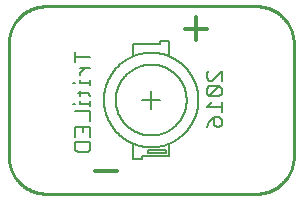
<source format=gbo>
G75*
%MOIN*%
%OFA0B0*%
%FSLAX25Y25*%
%IPPOS*%
%LPD*%
%AMOC8*
5,1,8,0,0,1.08239X$1,22.5*
%
%ADD10C,0.01000*%
%ADD11C,0.01200*%
%ADD12C,0.00600*%
%ADD13C,0.00500*%
D10*
X0014000Y0001500D02*
X0084000Y0001500D01*
X0084302Y0001504D01*
X0084604Y0001515D01*
X0084905Y0001533D01*
X0085206Y0001558D01*
X0085507Y0001591D01*
X0085806Y0001631D01*
X0086104Y0001678D01*
X0086402Y0001733D01*
X0086697Y0001794D01*
X0086991Y0001863D01*
X0087284Y0001939D01*
X0087574Y0002022D01*
X0087863Y0002112D01*
X0088149Y0002209D01*
X0088433Y0002312D01*
X0088714Y0002423D01*
X0088992Y0002540D01*
X0089268Y0002664D01*
X0089540Y0002795D01*
X0089809Y0002932D01*
X0090075Y0003075D01*
X0090337Y0003225D01*
X0090596Y0003382D01*
X0090850Y0003544D01*
X0091101Y0003713D01*
X0091347Y0003887D01*
X0091590Y0004068D01*
X0091827Y0004254D01*
X0092061Y0004446D01*
X0092289Y0004644D01*
X0092513Y0004847D01*
X0092731Y0005055D01*
X0092945Y0005269D01*
X0093153Y0005487D01*
X0093356Y0005711D01*
X0093554Y0005939D01*
X0093746Y0006173D01*
X0093932Y0006410D01*
X0094113Y0006653D01*
X0094287Y0006899D01*
X0094456Y0007150D01*
X0094618Y0007404D01*
X0094775Y0007663D01*
X0094925Y0007925D01*
X0095068Y0008191D01*
X0095205Y0008460D01*
X0095336Y0008732D01*
X0095460Y0009008D01*
X0095577Y0009286D01*
X0095688Y0009567D01*
X0095791Y0009851D01*
X0095888Y0010137D01*
X0095978Y0010426D01*
X0096061Y0010716D01*
X0096137Y0011009D01*
X0096206Y0011303D01*
X0096267Y0011598D01*
X0096322Y0011896D01*
X0096369Y0012194D01*
X0096409Y0012493D01*
X0096442Y0012794D01*
X0096467Y0013095D01*
X0096485Y0013396D01*
X0096496Y0013698D01*
X0096500Y0014000D01*
X0096500Y0051500D01*
X0096496Y0051802D01*
X0096485Y0052104D01*
X0096467Y0052405D01*
X0096442Y0052706D01*
X0096409Y0053007D01*
X0096369Y0053306D01*
X0096322Y0053604D01*
X0096267Y0053902D01*
X0096206Y0054197D01*
X0096137Y0054491D01*
X0096061Y0054784D01*
X0095978Y0055074D01*
X0095888Y0055363D01*
X0095791Y0055649D01*
X0095688Y0055933D01*
X0095577Y0056214D01*
X0095460Y0056492D01*
X0095336Y0056768D01*
X0095205Y0057040D01*
X0095068Y0057309D01*
X0094925Y0057575D01*
X0094775Y0057837D01*
X0094618Y0058096D01*
X0094456Y0058350D01*
X0094287Y0058601D01*
X0094113Y0058847D01*
X0093932Y0059090D01*
X0093746Y0059327D01*
X0093554Y0059561D01*
X0093356Y0059789D01*
X0093153Y0060013D01*
X0092945Y0060231D01*
X0092731Y0060445D01*
X0092513Y0060653D01*
X0092289Y0060856D01*
X0092061Y0061054D01*
X0091827Y0061246D01*
X0091590Y0061432D01*
X0091347Y0061613D01*
X0091101Y0061787D01*
X0090850Y0061956D01*
X0090596Y0062118D01*
X0090337Y0062275D01*
X0090075Y0062425D01*
X0089809Y0062568D01*
X0089540Y0062705D01*
X0089268Y0062836D01*
X0088992Y0062960D01*
X0088714Y0063077D01*
X0088433Y0063188D01*
X0088149Y0063291D01*
X0087863Y0063388D01*
X0087574Y0063478D01*
X0087284Y0063561D01*
X0086991Y0063637D01*
X0086697Y0063706D01*
X0086402Y0063767D01*
X0086104Y0063822D01*
X0085806Y0063869D01*
X0085507Y0063909D01*
X0085206Y0063942D01*
X0084905Y0063967D01*
X0084604Y0063985D01*
X0084302Y0063996D01*
X0084000Y0064000D01*
X0014000Y0064000D01*
X0013698Y0063996D01*
X0013396Y0063985D01*
X0013095Y0063967D01*
X0012794Y0063942D01*
X0012493Y0063909D01*
X0012194Y0063869D01*
X0011896Y0063822D01*
X0011598Y0063767D01*
X0011303Y0063706D01*
X0011009Y0063637D01*
X0010716Y0063561D01*
X0010426Y0063478D01*
X0010137Y0063388D01*
X0009851Y0063291D01*
X0009567Y0063188D01*
X0009286Y0063077D01*
X0009008Y0062960D01*
X0008732Y0062836D01*
X0008460Y0062705D01*
X0008191Y0062568D01*
X0007925Y0062425D01*
X0007663Y0062275D01*
X0007404Y0062118D01*
X0007150Y0061956D01*
X0006899Y0061787D01*
X0006653Y0061613D01*
X0006410Y0061432D01*
X0006173Y0061246D01*
X0005939Y0061054D01*
X0005711Y0060856D01*
X0005487Y0060653D01*
X0005269Y0060445D01*
X0005055Y0060231D01*
X0004847Y0060013D01*
X0004644Y0059789D01*
X0004446Y0059561D01*
X0004254Y0059327D01*
X0004068Y0059090D01*
X0003887Y0058847D01*
X0003713Y0058601D01*
X0003544Y0058350D01*
X0003382Y0058096D01*
X0003225Y0057837D01*
X0003075Y0057575D01*
X0002932Y0057309D01*
X0002795Y0057040D01*
X0002664Y0056768D01*
X0002540Y0056492D01*
X0002423Y0056214D01*
X0002312Y0055933D01*
X0002209Y0055649D01*
X0002112Y0055363D01*
X0002022Y0055074D01*
X0001939Y0054784D01*
X0001863Y0054491D01*
X0001794Y0054197D01*
X0001733Y0053902D01*
X0001678Y0053604D01*
X0001631Y0053306D01*
X0001591Y0053007D01*
X0001558Y0052706D01*
X0001533Y0052405D01*
X0001515Y0052104D01*
X0001504Y0051802D01*
X0001500Y0051500D01*
X0001500Y0014000D01*
X0001504Y0013698D01*
X0001515Y0013396D01*
X0001533Y0013095D01*
X0001558Y0012794D01*
X0001591Y0012493D01*
X0001631Y0012194D01*
X0001678Y0011896D01*
X0001733Y0011598D01*
X0001794Y0011303D01*
X0001863Y0011009D01*
X0001939Y0010716D01*
X0002022Y0010426D01*
X0002112Y0010137D01*
X0002209Y0009851D01*
X0002312Y0009567D01*
X0002423Y0009286D01*
X0002540Y0009008D01*
X0002664Y0008732D01*
X0002795Y0008460D01*
X0002932Y0008191D01*
X0003075Y0007925D01*
X0003225Y0007663D01*
X0003382Y0007404D01*
X0003544Y0007150D01*
X0003713Y0006899D01*
X0003887Y0006653D01*
X0004068Y0006410D01*
X0004254Y0006173D01*
X0004446Y0005939D01*
X0004644Y0005711D01*
X0004847Y0005487D01*
X0005055Y0005269D01*
X0005269Y0005055D01*
X0005487Y0004847D01*
X0005711Y0004644D01*
X0005939Y0004446D01*
X0006173Y0004254D01*
X0006410Y0004068D01*
X0006653Y0003887D01*
X0006899Y0003713D01*
X0007150Y0003544D01*
X0007404Y0003382D01*
X0007663Y0003225D01*
X0007925Y0003075D01*
X0008191Y0002932D01*
X0008460Y0002795D01*
X0008732Y0002664D01*
X0009008Y0002540D01*
X0009286Y0002423D01*
X0009567Y0002312D01*
X0009851Y0002209D01*
X0010137Y0002112D01*
X0010426Y0002022D01*
X0010716Y0001939D01*
X0011009Y0001863D01*
X0011303Y0001794D01*
X0011598Y0001733D01*
X0011896Y0001678D01*
X0012194Y0001631D01*
X0012493Y0001591D01*
X0012794Y0001558D01*
X0013095Y0001533D01*
X0013396Y0001515D01*
X0013698Y0001504D01*
X0014000Y0001500D01*
D11*
X0030250Y0009000D02*
X0037750Y0009000D01*
X0064000Y0052750D02*
X0064000Y0060250D01*
X0060250Y0056500D02*
X0067750Y0056500D01*
D12*
X0068280Y0042450D02*
X0067446Y0041616D01*
X0067446Y0039948D01*
X0068280Y0039114D01*
X0069114Y0039114D01*
X0072450Y0042450D01*
X0072450Y0039114D01*
X0071616Y0037294D02*
X0068280Y0033957D01*
X0071616Y0033957D01*
X0072450Y0034791D01*
X0072450Y0036460D01*
X0071616Y0037294D01*
X0068280Y0037294D01*
X0067446Y0036460D01*
X0067446Y0034791D01*
X0068280Y0033957D01*
X0069114Y0032137D02*
X0067446Y0030469D01*
X0072450Y0030469D01*
X0072450Y0032137D02*
X0072450Y0028801D01*
X0071616Y0026981D02*
X0069948Y0026981D01*
X0069948Y0024479D01*
X0070782Y0023645D01*
X0071616Y0023645D01*
X0072450Y0024479D01*
X0072450Y0026147D01*
X0071616Y0026981D01*
X0069948Y0026981D02*
X0068280Y0025313D01*
X0067446Y0023645D01*
X0028700Y0023777D02*
X0028700Y0020441D01*
X0028700Y0018621D02*
X0028700Y0016119D01*
X0027866Y0015285D01*
X0024530Y0015285D01*
X0023696Y0016119D01*
X0023696Y0018621D01*
X0028700Y0018621D01*
X0026198Y0022109D02*
X0026198Y0023777D01*
X0023696Y0023777D02*
X0028700Y0023777D01*
X0028700Y0025598D02*
X0028700Y0028934D01*
X0023696Y0028934D01*
X0023696Y0031537D02*
X0022862Y0031537D01*
X0025364Y0031537D02*
X0028700Y0031537D01*
X0028700Y0032371D02*
X0028700Y0030703D01*
X0025364Y0031537D02*
X0025364Y0032371D01*
X0025364Y0034141D02*
X0025364Y0035809D01*
X0024530Y0034975D02*
X0027866Y0034975D01*
X0028700Y0034141D01*
X0028700Y0037579D02*
X0028700Y0039247D01*
X0028700Y0038413D02*
X0025364Y0038413D01*
X0025364Y0039247D01*
X0023696Y0038413D02*
X0022862Y0038413D01*
X0025364Y0041041D02*
X0025364Y0041876D01*
X0027032Y0043544D01*
X0028700Y0043544D02*
X0025364Y0043544D01*
X0023696Y0045364D02*
X0023696Y0048700D01*
X0023696Y0047032D02*
X0028700Y0047032D01*
X0023696Y0023777D02*
X0023696Y0020441D01*
D13*
X0043094Y0017986D02*
X0043094Y0013065D01*
X0046047Y0013065D01*
X0046047Y0014049D01*
X0054906Y0014049D01*
X0054906Y0017986D01*
X0053921Y0016018D02*
X0053921Y0015033D01*
X0048016Y0015033D01*
X0048016Y0016018D01*
X0053921Y0016018D01*
X0049000Y0029797D02*
X0049000Y0035703D01*
X0037189Y0032750D02*
X0037193Y0033040D01*
X0037203Y0033330D01*
X0037221Y0033619D01*
X0037246Y0033908D01*
X0037278Y0034196D01*
X0037317Y0034483D01*
X0037363Y0034769D01*
X0037416Y0035054D01*
X0037476Y0035338D01*
X0037543Y0035620D01*
X0037617Y0035900D01*
X0037698Y0036179D01*
X0037785Y0036455D01*
X0037879Y0036729D01*
X0037980Y0037001D01*
X0038088Y0037270D01*
X0038202Y0037536D01*
X0038323Y0037800D01*
X0038450Y0038060D01*
X0038584Y0038318D01*
X0038723Y0038572D01*
X0038869Y0038822D01*
X0039021Y0039069D01*
X0039180Y0039312D01*
X0039344Y0039551D01*
X0039513Y0039786D01*
X0039689Y0040017D01*
X0039870Y0040243D01*
X0040057Y0040465D01*
X0040249Y0040682D01*
X0040446Y0040894D01*
X0040648Y0041102D01*
X0040856Y0041304D01*
X0041068Y0041501D01*
X0041285Y0041693D01*
X0041507Y0041880D01*
X0041733Y0042061D01*
X0041964Y0042237D01*
X0042199Y0042406D01*
X0042438Y0042570D01*
X0042681Y0042729D01*
X0042928Y0042881D01*
X0043178Y0043027D01*
X0043432Y0043166D01*
X0043690Y0043300D01*
X0043950Y0043427D01*
X0044214Y0043548D01*
X0044480Y0043662D01*
X0044749Y0043770D01*
X0045021Y0043871D01*
X0045295Y0043965D01*
X0045571Y0044052D01*
X0045850Y0044133D01*
X0046130Y0044207D01*
X0046412Y0044274D01*
X0046696Y0044334D01*
X0046981Y0044387D01*
X0047267Y0044433D01*
X0047554Y0044472D01*
X0047842Y0044504D01*
X0048131Y0044529D01*
X0048420Y0044547D01*
X0048710Y0044557D01*
X0049000Y0044561D01*
X0049290Y0044557D01*
X0049580Y0044547D01*
X0049869Y0044529D01*
X0050158Y0044504D01*
X0050446Y0044472D01*
X0050733Y0044433D01*
X0051019Y0044387D01*
X0051304Y0044334D01*
X0051588Y0044274D01*
X0051870Y0044207D01*
X0052150Y0044133D01*
X0052429Y0044052D01*
X0052705Y0043965D01*
X0052979Y0043871D01*
X0053251Y0043770D01*
X0053520Y0043662D01*
X0053786Y0043548D01*
X0054050Y0043427D01*
X0054310Y0043300D01*
X0054568Y0043166D01*
X0054822Y0043027D01*
X0055072Y0042881D01*
X0055319Y0042729D01*
X0055562Y0042570D01*
X0055801Y0042406D01*
X0056036Y0042237D01*
X0056267Y0042061D01*
X0056493Y0041880D01*
X0056715Y0041693D01*
X0056932Y0041501D01*
X0057144Y0041304D01*
X0057352Y0041102D01*
X0057554Y0040894D01*
X0057751Y0040682D01*
X0057943Y0040465D01*
X0058130Y0040243D01*
X0058311Y0040017D01*
X0058487Y0039786D01*
X0058656Y0039551D01*
X0058820Y0039312D01*
X0058979Y0039069D01*
X0059131Y0038822D01*
X0059277Y0038572D01*
X0059416Y0038318D01*
X0059550Y0038060D01*
X0059677Y0037800D01*
X0059798Y0037536D01*
X0059912Y0037270D01*
X0060020Y0037001D01*
X0060121Y0036729D01*
X0060215Y0036455D01*
X0060302Y0036179D01*
X0060383Y0035900D01*
X0060457Y0035620D01*
X0060524Y0035338D01*
X0060584Y0035054D01*
X0060637Y0034769D01*
X0060683Y0034483D01*
X0060722Y0034196D01*
X0060754Y0033908D01*
X0060779Y0033619D01*
X0060797Y0033330D01*
X0060807Y0033040D01*
X0060811Y0032750D01*
X0060807Y0032460D01*
X0060797Y0032170D01*
X0060779Y0031881D01*
X0060754Y0031592D01*
X0060722Y0031304D01*
X0060683Y0031017D01*
X0060637Y0030731D01*
X0060584Y0030446D01*
X0060524Y0030162D01*
X0060457Y0029880D01*
X0060383Y0029600D01*
X0060302Y0029321D01*
X0060215Y0029045D01*
X0060121Y0028771D01*
X0060020Y0028499D01*
X0059912Y0028230D01*
X0059798Y0027964D01*
X0059677Y0027700D01*
X0059550Y0027440D01*
X0059416Y0027182D01*
X0059277Y0026928D01*
X0059131Y0026678D01*
X0058979Y0026431D01*
X0058820Y0026188D01*
X0058656Y0025949D01*
X0058487Y0025714D01*
X0058311Y0025483D01*
X0058130Y0025257D01*
X0057943Y0025035D01*
X0057751Y0024818D01*
X0057554Y0024606D01*
X0057352Y0024398D01*
X0057144Y0024196D01*
X0056932Y0023999D01*
X0056715Y0023807D01*
X0056493Y0023620D01*
X0056267Y0023439D01*
X0056036Y0023263D01*
X0055801Y0023094D01*
X0055562Y0022930D01*
X0055319Y0022771D01*
X0055072Y0022619D01*
X0054822Y0022473D01*
X0054568Y0022334D01*
X0054310Y0022200D01*
X0054050Y0022073D01*
X0053786Y0021952D01*
X0053520Y0021838D01*
X0053251Y0021730D01*
X0052979Y0021629D01*
X0052705Y0021535D01*
X0052429Y0021448D01*
X0052150Y0021367D01*
X0051870Y0021293D01*
X0051588Y0021226D01*
X0051304Y0021166D01*
X0051019Y0021113D01*
X0050733Y0021067D01*
X0050446Y0021028D01*
X0050158Y0020996D01*
X0049869Y0020971D01*
X0049580Y0020953D01*
X0049290Y0020943D01*
X0049000Y0020939D01*
X0048710Y0020943D01*
X0048420Y0020953D01*
X0048131Y0020971D01*
X0047842Y0020996D01*
X0047554Y0021028D01*
X0047267Y0021067D01*
X0046981Y0021113D01*
X0046696Y0021166D01*
X0046412Y0021226D01*
X0046130Y0021293D01*
X0045850Y0021367D01*
X0045571Y0021448D01*
X0045295Y0021535D01*
X0045021Y0021629D01*
X0044749Y0021730D01*
X0044480Y0021838D01*
X0044214Y0021952D01*
X0043950Y0022073D01*
X0043690Y0022200D01*
X0043432Y0022334D01*
X0043178Y0022473D01*
X0042928Y0022619D01*
X0042681Y0022771D01*
X0042438Y0022930D01*
X0042199Y0023094D01*
X0041964Y0023263D01*
X0041733Y0023439D01*
X0041507Y0023620D01*
X0041285Y0023807D01*
X0041068Y0023999D01*
X0040856Y0024196D01*
X0040648Y0024398D01*
X0040446Y0024606D01*
X0040249Y0024818D01*
X0040057Y0025035D01*
X0039870Y0025257D01*
X0039689Y0025483D01*
X0039513Y0025714D01*
X0039344Y0025949D01*
X0039180Y0026188D01*
X0039021Y0026431D01*
X0038869Y0026678D01*
X0038723Y0026928D01*
X0038584Y0027182D01*
X0038450Y0027440D01*
X0038323Y0027700D01*
X0038202Y0027964D01*
X0038088Y0028230D01*
X0037980Y0028499D01*
X0037879Y0028771D01*
X0037785Y0029045D01*
X0037698Y0029321D01*
X0037617Y0029600D01*
X0037543Y0029880D01*
X0037476Y0030162D01*
X0037416Y0030446D01*
X0037363Y0030731D01*
X0037317Y0031017D01*
X0037278Y0031304D01*
X0037246Y0031592D01*
X0037221Y0031881D01*
X0037203Y0032170D01*
X0037193Y0032460D01*
X0037189Y0032750D01*
X0046047Y0032750D02*
X0051953Y0032750D01*
X0033252Y0032750D02*
X0033257Y0033136D01*
X0033271Y0033523D01*
X0033295Y0033908D01*
X0033328Y0034294D01*
X0033370Y0034678D01*
X0033422Y0035061D01*
X0033484Y0035442D01*
X0033555Y0035822D01*
X0033635Y0036200D01*
X0033724Y0036576D01*
X0033822Y0036950D01*
X0033930Y0037321D01*
X0034047Y0037690D01*
X0034173Y0038055D01*
X0034307Y0038418D01*
X0034451Y0038776D01*
X0034603Y0039132D01*
X0034764Y0039483D01*
X0034934Y0039830D01*
X0035112Y0040174D01*
X0035298Y0040512D01*
X0035492Y0040846D01*
X0035695Y0041175D01*
X0035906Y0041499D01*
X0036125Y0041818D01*
X0036351Y0042131D01*
X0036585Y0042439D01*
X0036827Y0042740D01*
X0037075Y0043036D01*
X0037332Y0043326D01*
X0037595Y0043609D01*
X0037864Y0043886D01*
X0038141Y0044155D01*
X0038424Y0044418D01*
X0038714Y0044675D01*
X0039010Y0044923D01*
X0039311Y0045165D01*
X0039619Y0045399D01*
X0039932Y0045625D01*
X0040251Y0045844D01*
X0040575Y0046055D01*
X0040904Y0046258D01*
X0041238Y0046452D01*
X0041576Y0046638D01*
X0041920Y0046816D01*
X0042267Y0046986D01*
X0042618Y0047147D01*
X0042974Y0047299D01*
X0043332Y0047443D01*
X0043695Y0047577D01*
X0044060Y0047703D01*
X0044429Y0047820D01*
X0044800Y0047928D01*
X0045174Y0048026D01*
X0045550Y0048115D01*
X0045928Y0048195D01*
X0046308Y0048266D01*
X0046689Y0048328D01*
X0047072Y0048380D01*
X0047456Y0048422D01*
X0047842Y0048455D01*
X0048227Y0048479D01*
X0048614Y0048493D01*
X0049000Y0048498D01*
X0049386Y0048493D01*
X0049773Y0048479D01*
X0050158Y0048455D01*
X0050544Y0048422D01*
X0050928Y0048380D01*
X0051311Y0048328D01*
X0051692Y0048266D01*
X0052072Y0048195D01*
X0052450Y0048115D01*
X0052826Y0048026D01*
X0053200Y0047928D01*
X0053571Y0047820D01*
X0053940Y0047703D01*
X0054305Y0047577D01*
X0054668Y0047443D01*
X0055026Y0047299D01*
X0055382Y0047147D01*
X0055733Y0046986D01*
X0056080Y0046816D01*
X0056424Y0046638D01*
X0056762Y0046452D01*
X0057096Y0046258D01*
X0057425Y0046055D01*
X0057749Y0045844D01*
X0058068Y0045625D01*
X0058381Y0045399D01*
X0058689Y0045165D01*
X0058990Y0044923D01*
X0059286Y0044675D01*
X0059576Y0044418D01*
X0059859Y0044155D01*
X0060136Y0043886D01*
X0060405Y0043609D01*
X0060668Y0043326D01*
X0060925Y0043036D01*
X0061173Y0042740D01*
X0061415Y0042439D01*
X0061649Y0042131D01*
X0061875Y0041818D01*
X0062094Y0041499D01*
X0062305Y0041175D01*
X0062508Y0040846D01*
X0062702Y0040512D01*
X0062888Y0040174D01*
X0063066Y0039830D01*
X0063236Y0039483D01*
X0063397Y0039132D01*
X0063549Y0038776D01*
X0063693Y0038418D01*
X0063827Y0038055D01*
X0063953Y0037690D01*
X0064070Y0037321D01*
X0064178Y0036950D01*
X0064276Y0036576D01*
X0064365Y0036200D01*
X0064445Y0035822D01*
X0064516Y0035442D01*
X0064578Y0035061D01*
X0064630Y0034678D01*
X0064672Y0034294D01*
X0064705Y0033908D01*
X0064729Y0033523D01*
X0064743Y0033136D01*
X0064748Y0032750D01*
X0064743Y0032364D01*
X0064729Y0031977D01*
X0064705Y0031592D01*
X0064672Y0031206D01*
X0064630Y0030822D01*
X0064578Y0030439D01*
X0064516Y0030058D01*
X0064445Y0029678D01*
X0064365Y0029300D01*
X0064276Y0028924D01*
X0064178Y0028550D01*
X0064070Y0028179D01*
X0063953Y0027810D01*
X0063827Y0027445D01*
X0063693Y0027082D01*
X0063549Y0026724D01*
X0063397Y0026368D01*
X0063236Y0026017D01*
X0063066Y0025670D01*
X0062888Y0025326D01*
X0062702Y0024988D01*
X0062508Y0024654D01*
X0062305Y0024325D01*
X0062094Y0024001D01*
X0061875Y0023682D01*
X0061649Y0023369D01*
X0061415Y0023061D01*
X0061173Y0022760D01*
X0060925Y0022464D01*
X0060668Y0022174D01*
X0060405Y0021891D01*
X0060136Y0021614D01*
X0059859Y0021345D01*
X0059576Y0021082D01*
X0059286Y0020825D01*
X0058990Y0020577D01*
X0058689Y0020335D01*
X0058381Y0020101D01*
X0058068Y0019875D01*
X0057749Y0019656D01*
X0057425Y0019445D01*
X0057096Y0019242D01*
X0056762Y0019048D01*
X0056424Y0018862D01*
X0056080Y0018684D01*
X0055733Y0018514D01*
X0055382Y0018353D01*
X0055026Y0018201D01*
X0054668Y0018057D01*
X0054305Y0017923D01*
X0053940Y0017797D01*
X0053571Y0017680D01*
X0053200Y0017572D01*
X0052826Y0017474D01*
X0052450Y0017385D01*
X0052072Y0017305D01*
X0051692Y0017234D01*
X0051311Y0017172D01*
X0050928Y0017120D01*
X0050544Y0017078D01*
X0050158Y0017045D01*
X0049773Y0017021D01*
X0049386Y0017007D01*
X0049000Y0017002D01*
X0048614Y0017007D01*
X0048227Y0017021D01*
X0047842Y0017045D01*
X0047456Y0017078D01*
X0047072Y0017120D01*
X0046689Y0017172D01*
X0046308Y0017234D01*
X0045928Y0017305D01*
X0045550Y0017385D01*
X0045174Y0017474D01*
X0044800Y0017572D01*
X0044429Y0017680D01*
X0044060Y0017797D01*
X0043695Y0017923D01*
X0043332Y0018057D01*
X0042974Y0018201D01*
X0042618Y0018353D01*
X0042267Y0018514D01*
X0041920Y0018684D01*
X0041576Y0018862D01*
X0041238Y0019048D01*
X0040904Y0019242D01*
X0040575Y0019445D01*
X0040251Y0019656D01*
X0039932Y0019875D01*
X0039619Y0020101D01*
X0039311Y0020335D01*
X0039010Y0020577D01*
X0038714Y0020825D01*
X0038424Y0021082D01*
X0038141Y0021345D01*
X0037864Y0021614D01*
X0037595Y0021891D01*
X0037332Y0022174D01*
X0037075Y0022464D01*
X0036827Y0022760D01*
X0036585Y0023061D01*
X0036351Y0023369D01*
X0036125Y0023682D01*
X0035906Y0024001D01*
X0035695Y0024325D01*
X0035492Y0024654D01*
X0035298Y0024988D01*
X0035112Y0025326D01*
X0034934Y0025670D01*
X0034764Y0026017D01*
X0034603Y0026368D01*
X0034451Y0026724D01*
X0034307Y0027082D01*
X0034173Y0027445D01*
X0034047Y0027810D01*
X0033930Y0028179D01*
X0033822Y0028550D01*
X0033724Y0028924D01*
X0033635Y0029300D01*
X0033555Y0029678D01*
X0033484Y0030058D01*
X0033422Y0030439D01*
X0033370Y0030822D01*
X0033328Y0031206D01*
X0033295Y0031592D01*
X0033271Y0031977D01*
X0033257Y0032364D01*
X0033252Y0032750D01*
X0043094Y0047514D02*
X0043094Y0051451D01*
X0051953Y0051451D01*
X0051953Y0052435D01*
X0054906Y0052435D01*
X0054906Y0047514D01*
M02*

</source>
